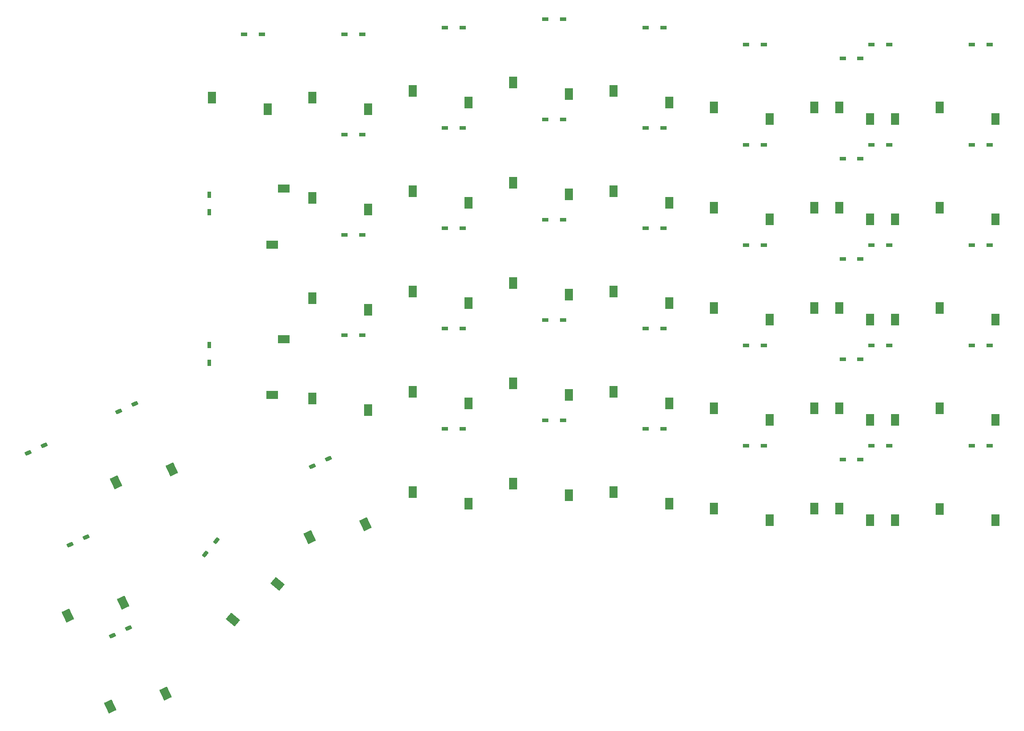
<source format=gbp>
%TF.GenerationSoftware,KiCad,Pcbnew,8.0.3*%
%TF.CreationDate,2024-08-06T23:13:00+08:00*%
%TF.ProjectId,ErgoDOX,4572676f-444f-4582-9e6b-696361645f70,rev?*%
%TF.SameCoordinates,Original*%
%TF.FileFunction,Paste,Bot*%
%TF.FilePolarity,Positive*%
%FSLAX46Y46*%
G04 Gerber Fmt 4.6, Leading zero omitted, Abs format (unit mm)*
G04 Created by KiCad (PCBNEW 8.0.3) date 2024-08-06 23:13:00*
%MOMM*%
%LPD*%
G01*
G04 APERTURE LIST*
G04 Aperture macros list*
%AMRoundRect*
0 Rectangle with rounded corners*
0 $1 Rounding radius*
0 $2 $3 $4 $5 $6 $7 $8 $9 X,Y pos of 4 corners*
0 Add a 4 corners polygon primitive as box body*
4,1,4,$2,$3,$4,$5,$6,$7,$8,$9,$2,$3,0*
0 Add four circle primitives for the rounded corners*
1,1,$1+$1,$2,$3*
1,1,$1+$1,$4,$5*
1,1,$1+$1,$6,$7*
1,1,$1+$1,$8,$9*
0 Add four rect primitives between the rounded corners*
20,1,$1+$1,$2,$3,$4,$5,0*
20,1,$1+$1,$4,$5,$6,$7,0*
20,1,$1+$1,$6,$7,$8,$9,0*
20,1,$1+$1,$8,$9,$2,$3,0*%
%AMRotRect*
0 Rectangle, with rotation*
0 The origin of the aperture is its center*
0 $1 length*
0 $2 width*
0 $3 Rotation angle, in degrees counterclockwise*
0 Add horizontal line*
21,1,$1,$2,0,0,$3*%
G04 Aperture macros list end*
%ADD10R,1.600000X2.200000*%
%ADD11RoundRect,0.051100X0.553900X0.313900X-0.553900X0.313900X-0.553900X-0.313900X0.553900X-0.313900X0*%
%ADD12R,2.200000X1.600000*%
%ADD13RoundRect,0.051100X-0.313900X0.553900X-0.313900X-0.553900X0.313900X-0.553900X0.313900X0.553900X0*%
%ADD14RotRect,1.600000X2.200000X205.000000*%
%ADD15RoundRect,0.051100X0.369344X0.518578X-0.634664X0.050402X-0.369344X-0.518578X0.634664X-0.050402X0*%
%ADD16RotRect,1.600000X2.200000X230.000000*%
%ADD17RoundRect,0.051100X0.115579X0.626083X-0.596501X-0.222541X-0.115579X-0.626083X0.596501X0.222541X0*%
G04 APERTURE END LIST*
D10*
%TO.C,SW1:13*%
X178890500Y-146902660D03*
X183652500Y-146902660D03*
X194252500Y-149102660D03*
X189490500Y-149102660D03*
D11*
X193132500Y-134908660D03*
X187682500Y-137539860D03*
X184322500Y-137539860D03*
X189772500Y-134908660D03*
%TD*%
D10*
%TO.C,SW1:10*%
X121740000Y-142130000D03*
X132340000Y-144330000D03*
D11*
X131220000Y-130136000D03*
X127860000Y-130136000D03*
%TD*%
D10*
%TO.C,SW1:9*%
X102690000Y-143727660D03*
X113290000Y-145927660D03*
D11*
X112170000Y-131733660D03*
X108810000Y-131733660D03*
%TD*%
D10*
%TO.C,SW2:13*%
X183652500Y-127852660D03*
X178890500Y-127852660D03*
X189490500Y-130052660D03*
X194252500Y-130052660D03*
D11*
X193132500Y-115858660D03*
X187682500Y-118489860D03*
X184322500Y-118489860D03*
X189772500Y-115858660D03*
%TD*%
D10*
%TO.C,SW2:10*%
X121740000Y-123080000D03*
X132340000Y-125280000D03*
D11*
X131220000Y-111086000D03*
X127860000Y-111086000D03*
%TD*%
D10*
%TO.C,SW2:9*%
X102690000Y-124677660D03*
X113290000Y-126877660D03*
D11*
X112170000Y-112683660D03*
X108810000Y-112683660D03*
%TD*%
D12*
%TO.C,SW2:7*%
X76090000Y-125285160D03*
X78290000Y-114685160D03*
D13*
X64096000Y-115805160D03*
X64096000Y-119165160D03*
%TD*%
D10*
%TO.C,SW3:13*%
X183652500Y-108802660D03*
X178890500Y-108802660D03*
X189490500Y-111002660D03*
X194252500Y-111002660D03*
D11*
X193132500Y-96808660D03*
X187682500Y-99439860D03*
X189772500Y-96808660D03*
X184322500Y-99439860D03*
%TD*%
D10*
%TO.C,SW3:11*%
X140790000Y-105627660D03*
X151390000Y-107827660D03*
D11*
X150270000Y-93633660D03*
X146910000Y-93633660D03*
%TD*%
D10*
%TO.C,SW3:10*%
X121740000Y-104030000D03*
X132340000Y-106230000D03*
D11*
X131220000Y-92036000D03*
X127860000Y-92036000D03*
%TD*%
D10*
%TO.C,SW3:9*%
X102690000Y-105627660D03*
X113290000Y-107827660D03*
D11*
X112170000Y-93633660D03*
X108810000Y-93633660D03*
%TD*%
D10*
%TO.C,SW3:8*%
X83640000Y-106897660D03*
X94240000Y-109097660D03*
D11*
X93120000Y-94903660D03*
X89760000Y-94903660D03*
%TD*%
D10*
%TO.C,SW4:13*%
X183652500Y-89752660D03*
X178890500Y-89752660D03*
X194252500Y-91952660D03*
X189490500Y-91952660D03*
D11*
X187682500Y-80389860D03*
X193132500Y-77758660D03*
X184322500Y-80389860D03*
X189772500Y-77758660D03*
%TD*%
D10*
%TO.C,SW4:12*%
X159840000Y-89752660D03*
X170440000Y-91952660D03*
D11*
X169320000Y-77758660D03*
X165960000Y-77758660D03*
%TD*%
D10*
%TO.C,SW4:11*%
X140790000Y-86577660D03*
X151390000Y-88777660D03*
D11*
X150270000Y-74583660D03*
X146910000Y-74583660D03*
%TD*%
D10*
%TO.C,SW4:10*%
X121740000Y-84980000D03*
X132340000Y-87180000D03*
D11*
X131220000Y-72986000D03*
X127860000Y-72986000D03*
%TD*%
D10*
%TO.C,SW4:9*%
X102690000Y-86577660D03*
X113290000Y-88777660D03*
D11*
X112170000Y-74583660D03*
X108810000Y-74583660D03*
%TD*%
D10*
%TO.C,SW4:8*%
X83640000Y-87847660D03*
X94240000Y-90047660D03*
D11*
X93120000Y-75853660D03*
X89760000Y-75853660D03*
%TD*%
D12*
%TO.C,SW4:7*%
X76090000Y-96710160D03*
X78290000Y-86110160D03*
D13*
X64096000Y-87230160D03*
X64096000Y-90590160D03*
%TD*%
D14*
%TO.C,SW0:10*%
X83185487Y-152277761D03*
X93722110Y-149791885D03*
D15*
X86708401Y-137401085D03*
X83663207Y-138821082D03*
%TD*%
D14*
%TO.C,SW0:12*%
X45294487Y-184449761D03*
X55831110Y-181963885D03*
D15*
X48817401Y-169573085D03*
X45772207Y-170993082D03*
%TD*%
D16*
%TO.C,SW0:11*%
X68600621Y-167918461D03*
X77099468Y-161212522D03*
D17*
X65506311Y-152946765D03*
X63346544Y-155520674D03*
%TD*%
D14*
%TO.C,SW0:9*%
X37242687Y-167182841D03*
X47779310Y-164696965D03*
D15*
X40765601Y-152306165D03*
X37720407Y-153726162D03*
%TD*%
D10*
%TO.C,SW1:11*%
X140790000Y-143727660D03*
X151390000Y-145927660D03*
D11*
X150270000Y-131733660D03*
X146910000Y-131733660D03*
%TD*%
D14*
%TO.C,SW0:8*%
X46457807Y-141869201D03*
X56994430Y-139383325D03*
D15*
X49980721Y-126992525D03*
X46935527Y-128412522D03*
%TD*%
D10*
%TO.C,SW5:13*%
X183652500Y-70705200D03*
X178890500Y-70705200D03*
X194252500Y-72905200D03*
X189490500Y-72905200D03*
D11*
X193132500Y-58711200D03*
X187682500Y-61342400D03*
X184322500Y-61342400D03*
X189772500Y-58711200D03*
%TD*%
D10*
%TO.C,SW5:9*%
X102690000Y-67527660D03*
X113290000Y-69727660D03*
D11*
X112170000Y-55533660D03*
X108810000Y-55533660D03*
%TD*%
D10*
%TO.C,SW5:10*%
X121740000Y-65930000D03*
X132340000Y-68130000D03*
D11*
X131220000Y-53936000D03*
X127860000Y-53936000D03*
%TD*%
D10*
%TO.C,SW5:11*%
X140790000Y-67527660D03*
X151390000Y-69727660D03*
D11*
X150270000Y-55533660D03*
X146910000Y-55533660D03*
%TD*%
D10*
%TO.C,SW5:12*%
X159840000Y-70705200D03*
X170440000Y-72905200D03*
D11*
X169320000Y-58711200D03*
X165960000Y-58711200D03*
%TD*%
D10*
%TO.C,SW5:8*%
X83640000Y-68800200D03*
X94240000Y-71000200D03*
D11*
X93120000Y-56806200D03*
X89760000Y-56806200D03*
%TD*%
D10*
%TO.C,SW5:7*%
X64590000Y-68800200D03*
X75190000Y-71000200D03*
D11*
X74070000Y-56806200D03*
X70710000Y-56806200D03*
%TD*%
D10*
%TO.C,SW2:11*%
X140790000Y-124677660D03*
X151390000Y-126877660D03*
D11*
X150270000Y-112683660D03*
X146910000Y-112683660D03*
%TD*%
D10*
%TO.C,SW2:8*%
X83640000Y-125947660D03*
X94240000Y-128147660D03*
D11*
X93120000Y-113953660D03*
X89760000Y-113953660D03*
%TD*%
D10*
%TO.C,SW3:12*%
X159840000Y-108802660D03*
X170440000Y-111002660D03*
D11*
X169320000Y-96808660D03*
X165960000Y-96808660D03*
%TD*%
D10*
%TO.C,SW2:12*%
X159840000Y-127852660D03*
X170440000Y-130052660D03*
D11*
X169320000Y-115858660D03*
X165960000Y-115858660D03*
%TD*%
D10*
%TO.C,SW1:12*%
X159840000Y-146902660D03*
X170440000Y-149102660D03*
D11*
X169320000Y-134908660D03*
X165960000Y-134908660D03*
%TD*%
D10*
%TO.C,SW11*%
X202702400Y-127850850D03*
X213302400Y-130050850D03*
D11*
X212182400Y-115856850D03*
X208822400Y-115856850D03*
%TD*%
D15*
%TO.C,*%
X29720806Y-136293997D03*
%TD*%
D10*
%TO.C,SW11*%
X202702400Y-89755200D03*
X213302400Y-91955200D03*
D11*
X212182400Y-77761200D03*
X208822400Y-77761200D03*
%TD*%
D15*
%TO.C,*%
X32766000Y-134874000D03*
%TD*%
D10*
%TO.C,SW11*%
X202702400Y-70705200D03*
X213302400Y-72905200D03*
D11*
X212182400Y-58711200D03*
X208822400Y-58711200D03*
%TD*%
D10*
%TO.C,SW11*%
X202702400Y-146910850D03*
X213302400Y-149110850D03*
D11*
X212182400Y-134916850D03*
X208822400Y-134916850D03*
%TD*%
D10*
%TO.C,SW11*%
X202702400Y-108800850D03*
X213302400Y-111000850D03*
D11*
X212182400Y-96806850D03*
X208822400Y-96806850D03*
%TD*%
M02*

</source>
